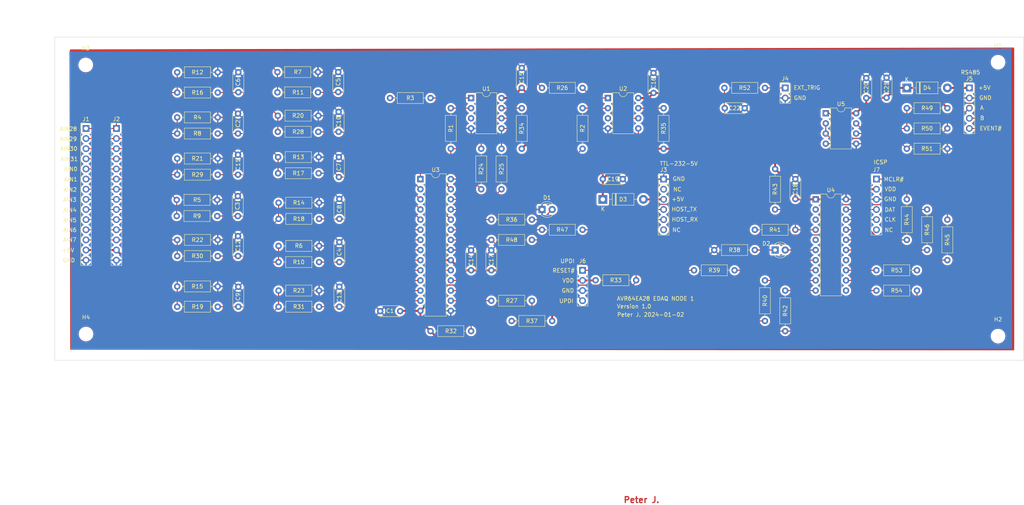
<source format=kicad_pcb>
(kicad_pcb (version 20221018) (generator pcbnew)
  (title_block (title "AVR-EDAQ-NODE-1") (date "2024-01-02"))
  (layers (0 "F.Cu" signal) (31 "B.Cu" signal) (34 "B.Paste" user) (35 "F.Paste" user) (36 "B.SilkS" user "B.Silkscreen") (37 "F.SilkS" user "F.Silkscreen") (38 "B.Mask" user) (39 "F.Mask" user) (44 "Edge.Cuts" user))
  (net 0 "")
  (net 1 "Net-(D2-A)")
  (net 3 "Net-(J3-Pin_5)")
  (net 5 "RESET#")
  (net 6 "UPDI")
  (net 7 "Net-(J4-Pin_1)")
  (net 8 "0.RXD")
  (net 9 "0.TXD")
  (net 10 "0.MISO")
  (net 11 "Net-(U1-SO{slash}SIO1)")
  (net 12 "Net-(U2-SO{slash}SIO1)")
  (net 13 "Net-(U3-PA6)")
  (net 15 "0.SCK")
  (net 16 "Net-(U3-PA4)")
  (net 17 "0.MOSI")
  (net 18 "Net-(U3-PA3)")
  (net 19 "Net-(U3-PA2)")
  (net 20 "CS_B#")
  (net 21 "CS_A#")
  (net 23 "Net-(U3-PA7)")
  (net 24 "Net-(U2-*HOLD{slash}SIO3)")
  (net 25 "Net-(U1-*HOLD{slash}SIO3)")
  (net 26 "AIN29")
  (net 27 "AIN28")
  (net 28 "AIN30")
  (net 29 "AIN31")
  (net 30 "AIN0")
  (net 31 "AIN1")
  (net 32 "AIN2")
  (net 33 "AIN3")
  (net 34 "AIN4")
  (net 35 "AIN5")
  (net 36 "AIN6")
  (net 37 "AIN7")
  (net 38 "Net-(J1-Pin_1)")
  (net 39 "Net-(J1-Pin_2)")
  (net 40 "Net-(J1-Pin_3)")
  (net 41 "Net-(J1-Pin_4)")
  (net 42 "Net-(J1-Pin_5)")
  (net 43 "Net-(J1-Pin_6)")
  (net 44 "Net-(J1-Pin_7)")
  (net 45 "Net-(J1-Pin_8)")
  (net 46 "Net-(J1-Pin_9)")
  (net 47 "Net-(J1-Pin_10)")
  (net 48 "Net-(J1-Pin_11)")
  (net 49 "Net-(J1-Pin_12)")
  (net 50 "Net-(D1-A)")
  (net 51 "Net-(D2-K)")
  (net 52 "Net-(J5-Pin_3)")
  (net 53 "Net-(J3-Pin_4)")
  (net 54 "Net-(U3-PF1(XTAL32K2))")
  (net 60 "VDD")
  (net 61 "GND")
  (net 62 "EXT_TRIG")
  (net 63 "Net-(D3-A)")
  (net 64 "Net-(D4-A)")
  (net 65 "EVENT#")
  (net 66 "MCLR#")
  (net 67 "Net-(J5-Pin_4)")
  (net 68 "Net-(J7-Pin_4)")
  (net 69 "Net-(J7-Pin_5)")
  (net 70 "Net-(U4-*MCLR{slash}VPP{slash}RA3)")
  (net 71 "RX1")
  (net 72 "Net-(U5-RO)")
  (net 73 "TX1DE")
  (net 74 "Net-(U5-DE)")
  (net 75 "TX1")
  (net 76 "Net-(U5-DI)")
  (net 77 "Net-(U4-RB4)")
  (net 78 "Net-(U4-RB7)")
  (net 79 "BUSY#")
  (net 80 "Net-(U4-RC7)")
  (net 81 "Net-(U4-RC6)")
  (net 82 "Net-(U4-RB5)")
  (footprint "Resistor_THT:R_Axial_DIN0207_L6.3mm_D2.5mm_P10.16mm_Horizontal" (layer "F.Cu") (at 66.04 111.76)
    (fp_text reference "R22")
    (fp_text value "1k")
  )
  (footprint "Resistor_THT:R_Axial_DIN0207_L6.3mm_D2.5mm_P10.16mm_Horizontal" (layer "F.Cu") (at 91.444206 106.495301)
    (fp_text reference "R18")
    (fp_text value "1k")
  )
  (footprint "Package_DIP:DIP-8_W7.62mm" (layer "F.Cu") (at 228.6 80.02)
    (fp_text reference "U5")
    (fp_text value "MAX485E")
  )
  (footprint "Resistor_THT:R_Axial_DIN0207_L6.3mm_D2.5mm_P10.16mm_Horizontal" (layer "F.Cu") (at 66.04 128.51)
    (fp_text reference "R19")
    (fp_text value "1k")
  )
  (footprint "MountingHole:MountingHole_3.2mm_M3" (layer "F.Cu") (at 271.78 67.227389)
    (fp_text reference "H1")
    (fp_text value "MountingHole")
  )
  (footprint "LED_THT:LED_D3.0mm" (layer "F.Cu") (at 157.48 104.14)
    (fp_text reference "D1")
    (fp_text value "LED")
  )
  (footprint "LED_THT:LED_D3.0mm" (layer "F.Cu") (at 215.9 114.3)
    (fp_text reference "D2")
    (fp_text value "LED")
  )
  (footprint "Capacitor_THT:C_Disc_D4.7mm_W2.5mm_P5.00mm" (layer "F.Cu") (at 203.28 78.74)
    (fp_text reference "C22")
    (fp_text value "100n")
  )
  (footprint "Connector_PinHeader_2.54mm:PinHeader_1x02_P2.54mm_Vertical" (layer "F.Cu") (at 218.44 73.66)
    (fp_text reference "J4")
    (fp_text value "EXT_TRIG")
  )
  (footprint "Resistor_THT:R_Axial_DIN0207_L6.3mm_D2.5mm_P10.16mm_Horizontal" (layer "F.Cu") (at 91.44 124.46)
    (fp_text reference "R23")
    (fp_text value "1k")
  )
  (footprint "Resistor_THT:R_Axial_DIN0207_L6.3mm_D2.5mm_P10.16mm_Horizontal" (layer "F.Cu") (at 129.54 134.62)
    (fp_text reference "R32")
    (fp_text value "22K")
  )
  (footprint "Resistor_THT:R_Axial_DIN0207_L6.3mm_D2.5mm_P10.16mm_Horizontal" (layer "F.Cu") (at 91.167244 69.696903)
    (fp_text reference "R7")
    (fp_text value "1k")
  )
  (footprint "Resistor_THT:R_Axial_DIN0207_L6.3mm_D2.5mm_P10.16mm_Horizontal" (layer "F.Cu") (at 66.035803 95.412826)
    (fp_text reference "R29")
    (fp_text value "1k")
  )
  (footprint "Resistor_THT:R_Axial_DIN0207_L6.3mm_D2.5mm_P10.16mm_Horizontal" (layer "F.Cu") (at 187.96 78.74 -90)
    (fp_text reference "R35")
    (fp_text value "10k")
  )
  (footprint "Resistor_THT:R_Axial_DIN0207_L6.3mm_D2.5mm_P10.16mm_Horizontal" (layer "F.Cu") (at 152.4 78.74 -90)
    (fp_text reference "R34")
    (fp_text value "10k")
  )
  (footprint "Resistor_THT:R_Axial_DIN0207_L6.3mm_D2.5mm_P10.16mm_Horizontal" (layer "F.Cu") (at 66.042178 69.748113)
    (fp_text reference "R12")
    (fp_text value "1k")
  )
  (footprint "Resistor_THT:R_Axial_DIN0207_L6.3mm_D2.5mm_P10.16mm_Horizontal" (layer "F.Cu") (at 157.48 109.22)
    (fp_text reference "R47")
    (fp_text value "470")
  )
  (footprint "Resistor_THT:R_Axial_DIN0207_L6.3mm_D2.5mm_P10.16mm_Horizontal" (layer "F.Cu") (at 91.325878 95.057204)
    (fp_text reference "R17")
    (fp_text value "1k")
  )
  (footprint "Capacitor_THT:C_Disc_D4.7mm_W2.5mm_P5.00mm" (layer "F.Cu") (at 106.684206 106.495301 90)
    (fp_text reference "C8")
    (fp_text value "100n")
  )
  (footprint "Diode_THT:D_DO-41_SOD81_P10.16mm_Horizontal" (layer "F.Cu") (at 248.92 73.66)
    (fp_text reference "D4")
    (fp_text value "1N5819")
  )
  (footprint "Capacitor_THT:C_Disc_D4.7mm_W2.5mm_P5.00mm" (layer "F.Cu") (at 238.76 71.2 -90)
    (fp_text reference "C20")
    (fp_text value "100n")
  )
  (footprint "Resistor_THT:R_Axial_DIN0207_L6.3mm_D2.5mm_P10.16mm_Horizontal" (layer "F.Cu") (at 241.3 119.38)
    (fp_text reference "R53")
    (fp_text value "470")
  )
  (footprint "Capacitor_THT:C_Disc_D4.7mm_W2.5mm_P5.00mm" (layer "F.Cu") (at 185.42 74.92 90)
    (fp_text reference "C16")
    (fp_text value "100n")
  )
  (footprint "Capacitor_THT:C_Disc_D4.7mm_W2.5mm_P5.00mm" (layer "F.Cu") (at 172.72 96.52)
    (fp_text reference "C19")
    (fp_text value "2u2")
  )
  (footprint "Capacitor_THT:C_Disc_D4.7mm_W2.5mm_P5.00mm" (layer "F.Cu") (at 106.68 117.32 90)
    (fp_text reference "C4")
    (fp_text value "100n")
  )
  (footprint "Resistor_THT:R_Axial_DIN0207_L6.3mm_D2.5mm_P10.16mm_Horizontal" (layer "F.Cu") (at 215.9 93.98 -90)
    (fp_text reference "R43")
    (fp_text value "10k")
  )
  (footprint "Connector_PinHeader_2.54mm:PinHeader_1x14_P2.54mm_Vertical" (layer "F.Cu") (at 43.18 83.82)
    (fp_text reference "J1")
    (fp_text value "ANALOG_IN")
  )
  (footprint "Capacitor_THT:C_Disc_D4.7mm_W2.5mm_P5.00mm" (layer "F.Cu") (at 106.407244 74.696903 90)
    (fp_text reference "C5")
    (fp_text value "100n")
  )
  (footprint "Resistor_THT:R_Axial_DIN0207_L6.3mm_D2.5mm_P10.16mm_Horizontal" (layer "F.Cu") (at 91.444206 102.445301)
    (fp_text reference "R14")
    (fp_text value "1k")
  )
  (footprint "Resistor_THT:R_Axial_DIN0207_L6.3mm_D2.5mm_P10.16mm_Horizontal" (layer "F.Cu") (at 91.44 117.32)
    (fp_text reference "R10")
    (fp_text value "1k")
  )
  (footprint "Diode_THT:D_DO-41_SOD81_P10.16mm_Horizontal" (layer "F.Cu") (at 172.72 101.6)
    (fp_text reference "D3")
    (fp_text value "1N5819")
  )
  (footprint "MountingHole:MountingHole_3.2mm_M3" (layer "F.Cu") (at 43.114461 67.91428)
    (fp_text reference "H3")
    (fp_text value "MountingHole")
  )
  (footprint "Resistor_THT:R_Axial_DIN0207_L6.3mm_D2.5mm_P10.16mm_Horizontal" (layer "F.Cu") (at 167.64 88.9 90)
    (fp_text reference "R2")
    (fp_text value "470")
  )
  (footprint "Resistor_THT:R_Axial_DIN0207_L6.3mm_D2.5mm_P10.16mm_Horizontal" (layer "F.Cu") (at 160.02 132.08 180)
    (fp_text reference "R37")
    (fp_text value "22K")
  )
  (footprint "Capacitor_THT:C_Disc_D4.7mm_W2.5mm_P5.00mm" (layer "F.Cu") (at 81.234572 105.780662 90)
    (fp_text reference "C3")
    (fp_text value "100n")
  )
  (footprint "Resistor_THT:R_Axial_DIN0207_L6.3mm_D2.5mm_P10.16mm_Horizontal" (layer "F.Cu") (at 66.035803 81.053888)
    (fp_text reference "R4")
    (fp_text value "1k")
  )
  (footprint "Resistor_THT:R_Axial_DIN0207_L6.3mm_D2.5mm_P10.16mm_Horizontal" (layer "F.Cu") (at 157.48 73.66)
    (fp_text reference "R26")
    (fp_text value "470")
  )
  (footprint "Capacitor_THT:C_Disc_D4.7mm_W2.5mm_P5.00mm" (layer "F.Cu") (at 139.7 114.38 -90)
    (fp_text reference "C14")
    (fp_text value "10n")
  )
  (footprint "Capacitor_THT:C_Disc_D4.7mm_W2.5mm_P5.00mm" (layer "F.Cu") (at 152.4 73.66 90)
    (fp_text reference "C15")
    (fp_text value "100n")
  )
  (footprint "Package_DIP:DIP-8_W7.62mm" (layer "F.Cu") (at 174 76.2)
    (fp_text reference "U2")
    (fp_text value "23LC1024-I/P")
  )
  (footprint "Resistor_THT:R_Axial_DIN0207_L6.3mm_D2.5mm_P10.16mm_Horizontal" (layer "F.Cu") (at 66.035803 85.103888)
    (fp_text reference "R8")
    (fp_text value "1k")
  )
  (footprint "Capacitor_THT:C_Disc_D4.7mm_W2.5mm_P5.00mm" (layer "F.Cu") (at 106.494754 84.673057 90)
    (fp_text reference "C10")
    (fp_text value "100n")
  )
  (footprint "Resistor_THT:R_Axial_DIN0207_L6.3mm_D2.5mm_P10.16mm_Horizontal" (layer "F.Cu") (at 203.2 73.66)
    (fp_text reference "R52")
    (fp_text value "1k")
  )
  (footprint "Capacitor_THT:C_Disc_D4.7mm_W2.5mm_P5.00mm" (layer "F.Cu") (at 106.565878 96.007204 90)
    (fp_text reference "C7")
    (fp_text value "100n")
  )
  (footprint "Capacitor_THT:C_Disc_D4.7mm_W2.5mm_P5.00mm" (layer "F.Cu") (at 144.78 114.38 -90)
    (fp_text reference "C17")
    (fp_text value "100n")
  )
  (footprint "Connector_PinHeader_2.54mm:PinHeader_1x06_P2.54mm_Vertical" (layer "F.Cu") (at 187.96 96.52)
    (fp_text reference "J3")
    (fp_text value "TTL-232-5V")
  )
  (footprint "Resistor_THT:R_Axial_DIN0207_L6.3mm_D2.5mm_P10.16mm_Horizontal" (layer "F.Cu") (at 91.44 113.27)
    (fp_text reference "R6")
    (fp_text value "1k")
  )
  (footprint "Resistor_THT:R_Axial_DIN0207_L6.3mm_D2.5mm_P10.16mm_Horizontal" (layer "F.Cu") (at 144.78 127)
    (fp_text reference "R27")
    (fp_text value "470")
  )
  (footprint "Connector_PinHeader_2.54mm:PinHeader_1x04_P2.54mm_Vertical" (layer "F.Cu") (at 167.64 119.38)
    (fp_text reference "J6")
    (fp_text value "UDPI")
  )
  (footprint "Capacitor_THT:C_Disc_D4.7mm_W2.5mm_P5.00mm" (layer "F.Cu") (at 106.68 128.51 90)
    (fp_text reference "C13")
    (fp_text value "100n")
  )
  (footprint "Connector_PinHeader_2.54mm:PinHeader_1x05_P2.54mm_Vertical" (layer "F.Cu") (at 264.59 73.66)
    (fp_text reference "J5")
    (fp_text value "RS485")
  )
  (footprint "Capacitor_THT:C_Disc_D4.7mm_W2.5mm_P5.00mm" (layer "F.Cu") (at 81.275803 85.103888 90)
    (fp_text reference "C2")
    (fp_text value "100n")
  )
  (footprint "Resistor_THT:R_Axial_DIN0207_L6.3mm_D2.5mm_P10.16mm_Horizontal" (layer "F.Cu") (at 248.92 111.76 90)
    (fp_text reference "R44")
    (fp_text value "470")
  )
  (footprint "MountingHole:MountingHole_3.2mm_M3" (layer "F.Cu") (at 43.18 135.353971)
    (fp_text reference "H4")
    (fp_text value "MountingHole")
  )
  (footprint "Resistor_THT:R_Axial_DIN0207_L6.3mm_D2.5mm_P10.16mm_Horizontal" (layer "F.Cu") (at 91.254754 84.673057)
    (fp_text reference "R28")
    (fp_text value "1k")
  )
  (footprint "MountingHole:MountingHole_3.2mm_M3" (layer "F.Cu") (at 271.78 135.88208)
    (fp_text reference "H2")
    (fp_text value "MountingHole")
  )
  (footprint "Resistor_THT:R_Axial_DIN0207_L6.3mm_D2.5mm_P10.16mm_Horizontal" (layer "F.Cu") (at 195.58 119.38)
    (fp_text reference "R39")
    (fp_text value "470")
  )
  (footprint "Resistor_THT:R_Axial_DIN0207_L6.3mm_D2.5mm_P10.16mm_Horizontal" (layer "F.Cu") (at 134.62 88.9 90)
    (fp_text reference "R1")
    (fp_text value "470")
  )
  (footprint "Capacitor_THT:C_Disc_D4.7mm_W2.5mm_P5.00mm" (layer "F.Cu") (at 220.98 101.52 90)
    (fp_text reference "C18")
    (fp_text value "100n")
  )
  (footprint "Resistor_THT:R_Axial_DIN0207_L6.3mm_D2.5mm_P10.16mm_Horizontal" (layer "F.Cu") (at 248.92 83.82)
    (fp_text reference "R50")
    (fp_text value "133")
  )
  (footprint "Resistor_THT:R_Axial_DIN0207_L6.3mm_D2.5mm_P10.16mm_Horizontal" (layer "F.Cu") (at 200.66 114.3)
    (fp_text reference "R38")
    (fp_text value "470")
  )
  (footprint "Resistor_THT:R_Axial_DIN0207_L6.3mm_D2.5mm_P10.16mm_Horizontal" (layer "F.Cu") (at 65.914572 101.730662)
    (fp_text reference "R5")
    (fp_text value "1k")
  )
  (footprint "Capacitor_THT:C_Disc_D4.7mm_W2.5mm_P5.00mm" (layer "F.Cu") (at 81.362178 74.748113 90)
    (fp_text reference "C6")
    (fp_text value "100n")
  )
  (footprint "Connector_PinHeader_2.54mm:PinHeader_1x06_P2.54mm_Vertical" (layer "F.Cu") (at 241.3 96.52)
    (fp_text reference "J7")
    (fp_text value "ICSP")
  )
  (footprint "Resistor_THT:R_Axial_DIN0207_L6.3mm_D2.5mm_P10.16mm_Horizontal" (layer "F.Cu") (at 91.167244 74.776903)
    (fp_text reference "R11")
    (fp_text value "1k")
  )
  (footprint "Resistor_THT:R_Axial_DIN0207_L6.3mm_D2.5mm_P10.16mm_Horizontal" (layer "F.Cu") (at 91.325878 91.007204)
    (fp_text reference "R13")
    (fp_text value "1k")
  )
  (footprint "Capacitor_THT:C_Disc_D4.7mm_W2.5mm_P5.00mm" (layer "F.Cu") (at 81.275803 95.412826 90)
    (fp_text reference "C11")
    (fp_text value "100n")
  )
  (footprint "Resistor_THT:R_Axial_DIN0207_L6.3mm_D2.5mm_P10.16mm_Horizontal" (layer "F.Cu") (at 91.44 128.51)
    (fp_text reference "R31")
    (fp_text value "1k")
  )
  (footprint "Resistor_THT:R_Axial_DIN0207_L6.3mm_D2.5mm_P10.16mm_Horizontal" (layer "F.Cu") (at 65.914572 105.780662)
    (fp_text reference "R9")
    (fp_text value "1k")
  )
  (footprint "Resistor_THT:R_Axial_DIN0207_L6.3mm_D2.5mm_P10.16mm_Horizontal" (layer "F.Cu") (at 66.035803 91.362826)
    (fp_text reference "R21")
    (fp_text value "1k")
  )
  (footprint "Resistor_THT:R_Axial_DIN0207_L6.3mm_D2.5mm_P10.16mm_Horizontal" (layer "F.Cu") (at 241.3 124.46)
    (fp_text reference "R54")
    (fp_text value "470")
  )
  (footprint "Capacitor_THT:C_Disc_D4.7mm_W2.5mm_P5.00mm" (layer "F.Cu") (at 81.36 128.51 90)
    (fp_text reference "C9")
    (fp_text value "100n")
  )
  (footprint "Capacitor_THT:C_Disc_D4.7mm_W2.5mm_P5.00mm" (layer "F.Cu") (at 243.84 76.12 90)
    (fp_text reference "C21")
    (fp_text value "2u2")
  )
  (footprint "Capacitor_THT:C_Disc_D4.7mm_W2.5mm_P5.00mm" (layer "F.Cu") (at 81.28 115.81 90)
    (fp_text reference "C12")
    (fp_text value "100n")
  )
  (footprint "Resistor_THT:R_Axial_DIN0207_L6.3mm_D2.5mm_P10.16mm_Horizontal" (layer "F.Cu") (at 259.08 116.84 90)
    (fp_text reference "R45")
    (fp_text value "470")
  )
  (footprint "Resistor_THT:R_Axial_DIN0207_L6.3mm_D2.5mm_P10.16mm_Horizontal" (layer "F.Cu") (at 248.92 88.9)
    (fp_text reference "R51")
    (fp_text value "562")
  )
  (footprint "Resistor_THT:R_Axial_DIN0207_L6.3mm_D2.5mm_P10.16mm_Horizontal" (layer "F.Cu") (at 129.54 76.2 180)
    (fp_text reference "R3")
    (fp_text value "470")
  )
  (footprint "Package_DIP:DIP-28_W7.62mm" (layer "F.Cu") (at 127 96.52)
    (fp_text reference "U3")
    (fp_text value "AVR64EA28-I/SP")
  )
  (footprint "Resistor_THT:R_Axial_DIN0207_L6.3mm_D2.5mm_P10.16mm_Horizontal" (layer "F.Cu") (at 142.24 99.06 90)
    (fp_text reference "R24")
    (fp_text value "470")
  )
  (footprint "Resistor_THT:R_Axial_DIN0207_L6.3mm_D2.5mm_P10.16mm_Horizontal" (layer "F.Cu") (at 213.36 132.08 90)
    (fp_text reference "R40")
    (fp_text value "470")
  )
  (footprint "Resistor_THT:R_Axial_DIN0207_L6.3mm_D2.5mm_P10.16mm_Horizontal" (layer "F.Cu") (at 259.08 78.74 180)
    (fp_text reference "R49")
    (fp_text value "562")
  )
  (footprint "Package_DIP:DIP-20_W7.62mm" (layer "F.Cu") (at 226.06 101.6)
    (fp_text reference "U4")
    (fp_text value "PIC18F16Q41-I/P")
  )
  (footprint "Resistor_THT:R_Axial_DIN0207_L6.3mm_D2.5mm_P10.16mm_Horizontal" (layer "F.Cu") (at 66.04 115.81)
    (fp_text reference "R30")
    (fp_text value "1k")
  )
  (footprint "Resistor_THT:R_Axial_DIN0207_L6.3mm_D2.5mm_P10.16mm_Horizontal" (layer "F.Cu") (at 144.78 111.76)
    (fp_text reference "R48")
    (fp_text value "470")
  )
  (footprint "Resistor_THT:R_Axial_DIN0207_L6.3mm_D2.5mm_P10.16mm_Horizontal" (layer "F.Cu") (at 220.98 109.22 180)
    (fp_text reference "R41")
    (fp_text value "330")
  )
  (footprint "Resistor_THT:R_Axial_DIN0207_L6.3mm_D2.5mm_P10.16mm_Horizontal" (layer "F.Cu") (at 147.32 99.06 90)
    (fp_text reference "R25")
    (fp_text value "470")
  )
  (footprint "Resistor_THT:R_Axial_DIN0207_L6.3mm_D2.5mm_P10.16mm_Horizontal" (layer "F.Cu") (at 66.042178 74.828113)
    (fp_text reference "R16")
    (fp_text value "1k")
  )
  (footprint "Package_DIP:DIP-8_W7.62mm" (layer "F.Cu") (at 139.7 76.2)
    (fp_text reference "U1")
    (fp_text value "23LC1024-I/P")
  )
  (footprint "Connector_PinHeader_2.54mm:PinHeader_1x14_P2.54mm_Vertical" (layer "F.Cu") (at 50.8 83.82)
    (fp_text reference "J2")
    (fp_text value "ANALOG_IN")
  )
  (footprint "Resistor_THT:R_Axial_DIN0207_L6.3mm_D2.5mm_P10.16mm_Horizontal" (layer "F.Cu") (at 66.04 123.43)
    (fp_text reference "R15")
    (fp_text value "1k")
  )
  (footprint "Capacitor_THT:C_Disc_D4.7mm_W2.5mm_P5.00mm" (layer "F.Cu") (at 121.92 129.62 180)
    (fp_text reference "C1")
    (fp_text value "100n")
  )
  (footprint "Resistor_THT:R_Axial_DIN0207_L6.3mm_D2.5mm_P10.16mm_Horizontal" (layer "F.Cu") (at 218.44 134.62 90)
    (fp_text reference "R42")
    (fp_text value "470")
  )
  (footprint "Resistor_THT:R_Axial_DIN0207_L6.3mm_D2.5mm_P10.16mm_Horizontal" (layer "F.Cu") (at 144.78 106.68)
    (fp_text reference "R36")
    (fp_text value "470")
  )
  (footprint "Resistor_THT:R_Axial_DIN0207_L6.3mm_D2.5mm_P10.16mm_Horizontal" (layer "F.Cu") (at 254 114.3 90)
    (fp_text reference "R46")
    (fp_text value "470")
  )
  (footprint "Resistor_THT:R_Axial_DIN0207_L6.3mm_D2.5mm_P10.16mm_Horizontal" (layer "F.Cu") (at 91.254754 80.623057)
    (fp_text reference "R20")
    (fp_text value "1k")
  )
  (footprint "Resistor_THT:R_Axial_DIN0207_L6.3mm_D2.5mm_P10.16mm_Horizontal" (layer "F.Cu") (at 181.072078 121.866601 180)
    (fp_text reference "R33")
    (fp_text value "22K")
  )
  (gr_rect (start 155.254656 60.91434) (end 155.254656 60.91434) (stroke (width 0.1)) (fill none) (layer "Edge.Cuts"))
  (gr_rect (start 35.347161 60.91434) (end 278.220367 141.957025) (stroke (width 0.1)) (fill none) (layer "Edge.Cuts"))
  (gr_text "Peter J." (at 177.8 177.8) (layer "F.Cu") (effects (font (size 1.5 1.5) (thickness 0.3) bold) (justify left bottom)))
  (gr_text "NC" (at 190.284751 99.685693) (layer "F.SilkS") (effects (font (size 1 1)) (justify left bottom)))
  (gr_text "Version 1.0" (at 176.165048 129.002946) (layer "F.SilkS") (effects (font (size 1 1)) (justify left bottom)))
  (gr_text "GND" (at 220.525923 76.757695) (layer "F.SilkS") (effects (font (size 1 1)) (justify left bottom)))
  (gr_text "+5V" (at 37.051929 114.940769) (layer "F.SilkS") (effects (font (size 1 1)) (justify left bottom)))
  (gr_text "AIN4" (at 37.376676 104.868659) (layer "F.SilkS") (effects (font (size 1 1)) (justify left bottom)))
  (gr_text "AIN3" (at 37.347262 102.280274) (layer "F.SilkS") (effects (font (size 1 1)) (justify left bottom)))
  (gr_text "AIN30" (at 36.625545 89.494458) (layer "F.SilkS") (effects (font (size 1 1)) (justify left bottom)))
  (gr_text "B" (at 267.194728 81.797295) (layer "F.SilkS") (effects (font (size 1 1)) (justify left bottom)))
  (gr_text "AIN28" (at 36.525367 84.526205) (layer "F.SilkS") (effects (font (size 1 1)) (justify left bottom)))
  (gr_text "AIN7" (at 37.315397 112.313535) (layer "F.SilkS") (effects (font (size 1 1)) (justify left bottom)))
  (gr_text "VDD" (at 162.506421 122.531599) (layer "F.SilkS") (effects (font (size 1 1)) (justify left bottom)))
  (gr_text "GND" (at 243.163074 102.115348) (layer "F.SilkS") (effects (font (size 1 1)) (justify left bottom)))
  (gr_text "+5V" (at 189.889684 102.134761) (layer "F.SilkS") (effects (font (size 1 1)) (justify left bottom)))
  (gr_text "+5V" (at 266.753526 74.20862) (layer "F.SilkS") (effects (font (size 1 1)) (justify left bottom)))
  (gr_text "RS485" (at 262.370919 70.355455) (layer "F.SilkS") (effects (font (size 1 1)) (justify left bottom)))
  (gr_text "GND" (at 37.254119 117.460892) (layer "F.SilkS") (effects (font (size 1 1)) (justify left bottom)))
  (gr_text "VDD" (at 243.261119 99.615203) (layer "F.SilkS") (effects (font (size 1 1)) (justify left bottom)))
  (gr_text "GND" (at 266.988834 76.738178) (layer "F.SilkS") (effects (font (size 1 1)) (justify left bottom)))
  (gr_text "MCLR#" (at 243.089541 97.164081) (layer "F.SilkS") (effects (font (size 1 1)) (justify left bottom)))
  (gr_text "EXT_TRIG" (at 220.467097 74.198723) (layer "F.SilkS") (effects (font (size 1 1)) (justify left bottom)))
  (gr_text "GND" (at 190.154406 97.04623) (layer "F.SilkS") (effects (font (size 1 1)) (justify left bottom)))
  (gr_text "EVENT#" (at 267.106487 84.385681) (layer "F.SilkS") (effects (font (size 1 1)) (justify left bottom)))
  (gr_text "AIN1" (at 37.573584 97.173906) (layer "F.SilkS") (effects (font (size 1 1)) (justify left bottom)))
  (gr_text "AIN2" (at 37.437411 99.761202) (layer "F.SilkS") (effects (font (size 1 1)) (justify left bottom)))
  (gr_text "CLK" (at 243.26509 107.234562) (layer "F.SilkS") (effects (font (size 1 1)) (justify left bottom)))
  (gr_text "TTL-232-5V" (at 186.918924 93.222479) (layer "F.SilkS") (effects (font (size 1 1)) (justify left bottom)))
  (gr_text "HOST_RX" (at 189.919098 107.223291) (layer "F.SilkS") (effects (font (size 1 1)) (justify left bottom)))
  (gr_text "HOST_TX" (at 189.889684 104.664319) (layer "F.SilkS") (effects (font (size 1 1)) (justify left bottom)))
  (gr_text "RESET#" (at 160.039062 120.027532) (layer "F.SilkS") (effects (font (size 1 1)) (justify left bottom)))
  (gr_text "AIN6" (at 37.397102 109.862413) (layer "F.SilkS") (effects (font (size 1 1)) (justify left bottom)))
  (gr_text "A" (at 267.194728 79.238323) (layer "F.SilkS") (effects (font (size 1 1)) (justify left bottom)))
  (gr_text "ICSP" (at 240.510961 92.869715) (layer "F.SilkS") (effects (font (size 1 1)) (justify left bottom)))
  (gr_text "AIN5" (at 37.376676 107.398218) (layer "F.SilkS") (effects (font (size 1 1)) (justify left bottom)))
  (gr_text "AIN0" (at 37.581483 94.592793) (layer "F.SilkS") (effects (font (size 1 1)) (justify left bottom)))
  (gr_text "Peter J. 2024-01-02" (at 176.22604 131.076667) (layer "F.SilkS") (effects (font (size 1 1)) (justify left bottom)))
  (gr_text "GND" (at 162.343117 125.052333) (layer "F.SilkS") (effects (font (size 1 1)) (justify left bottom)))
  (gr_text "DAT" (at 243.279275 104.794787) (layer "F.SilkS") (effects (font (size 1 1)) (justify left bottom)))
  (gr_text "AIN29" (at 36.502989 87.067847) (layer "F.SilkS") (effects (font (size 1 1)) (justify left bottom)))
  (gr_text "UPDI" (at 161.998156 117.652257) (layer "F.SilkS") (effects (font (size 1 1)) (justify left bottom)))
  (gr_text "AVR64EA28 EDAQ NODE 1" (at 176.165048 127.05121) (layer "F.SilkS") (effects (font (size 1 1)) (justify left bottom)))
  (gr_text "UPDI" (at 161.705825 127.650523) (layer "F.SilkS") (effects (font (size 1 1)) (justify left bottom)))
  (gr_text "NC" (at 190.072974 109.850988) (layer "F.SilkS") (effects (font (size 1 1)) (justify left bottom)))
  (gr_text "AIN31" (at 36.748101 92.092648) (layer "F.SilkS") (effects (font (size 1 1)) (justify left bottom)))
  (gr_text "NC" (at 243.293459 109.858739) (layer "F.SilkS") (effects (font (size 1 1)) (justify left bottom)))
  (segment (start 226.06 114.3) (end 218.44 114.3) (width 0.25) (layer "F.Cu") (net 1))
  (segment (start 177.8 111.76) (end 154.94 111.76) (width 0.25) (layer "F.Cu") (net 3))
  (segment (start 187.96 106.68) (end 182.88 106.68) (width 0.25) (layer "F.Cu") (net 3))
  (segment (start 182.88 106.68) (end 177.8 111.76) (width 0.25) (layer "F.Cu") (net 3))
  (segment (start 181.072078 121.866601) (end 181.072078 119.463265) (width 0.25) (layer "F.Cu") (net 5))
  (segment (start 174.304523 119.38) (end 167.64 119.38) (width 0.25) (layer "F.Cu") (net 5))
  (segment (start 164.778947 123.095) (end 180.239279 123.095) (width 0.25) (layer "F.Cu") (net 5))
  (segment (start 181.072078 119.463265) (end 180.988813 119.38) (width 0.25) (layer "F.Cu") (net 5))
  (segment (start 163.603947 121.92) (end 164.778947 123.095) (width 0.25) (layer "F.Cu") (net 5))
  (segment (start 181.072078 122.262201) (end 181.072078 121.866601) (width 0.25) (layer "F.Cu") (net 5))
  (segment (start 134.62 121.92) (end 163.603947 121.92) (width 0.25) (layer "F.Cu") (net 5))
  (segment (start 180.239279 123.095) (end 181.072078 122.262201) (width 0.25) (layer "F.Cu") (net 5))
  (segment (start 180.988813 119.38) (end 174.304523 119.38) (width 0.25) (layer "F.Cu") (net 5))
  (segment (start 195.58 119.38) (end 180.988813 119.38) (width 0.25) (layer "F.Cu") (net 5))
  (segment (start 163.699666 123.059666) (end 167.64 127) (width 0.25) (layer "F.Cu") (net 6))
  (segment (start 132.944022 119.38) (end 132.104389 120.219633) (width 0.25) (layer "F.Cu") (net 6))
  (segment (start 132.104389 121.783709) (end 132.022069 121.866029) (width 0.25) (layer "F.Cu") (net 6))
  (segment (start 132.104389 120.219633) (end 132.104389 121.783709) (width 0.25) (layer "F.Cu") (net 6))
  (segment (start 134.62 119.38) (end 132.944022 119.38) (width 0.25) (layer "F.Cu") (net 6))
  (segment (start 133.215706 123.059666) (end 163.699666 123.059666) (width 0.25) (layer "F.Cu") (net 6))
  (segment (start 132.022069 121.866029) (end 133.215706 123.059666) (width 0.25) (layer "F.Cu") (net 6))
  (segment (start 218.44 73.66) (end 213.36 73.66) (width 0.25) (layer "F.Cu") (net 7))
  (segment (start 178.406558 106.68) (end 162.56 106.68) (width 0.25) (layer "F.Cu") (net 8))
  (segment (start 194.023653 112.743653) (end 194.023653 107.414545) (width 0.25) (layer "F.Cu") (net 8))
  (segment (start 246.38 124.46) (end 243.84 127) (width 0.25) (layer "F.Cu") (net 8))
  (segment (start 189.449324 102.840216) (end 186.225132 102.840216) (width 0.25) (layer "F.Cu") (net 8))
  (segment (start 246.38 121.92) (end 246.38 124.46) (width 0.25) (layer "F.Cu") (net 8))
  (segment (start 185.607734 103.457614) (end 181.628944 103.457614) (width 0.25) (layer "F.Cu") (net 8))
  (segment (start 162.56 106.68) (end 160.02 109.22) (width 0.25) (layer "F.Cu") (net 8))
  (segment (start 134.62 109.22) (end 157.48 109.22) (width 0.25) (layer "F.Cu") (net 8))
  (segment (start 194.023653 107.414545) (end 189.449324 102.840216) (width 0.25) (layer "F.Cu") (net 8))
  (segment (start 160.02 109.22) (end 157.48 109.22) (width 0.25) (layer "F.Cu") (net 8))
  (segment (start 251.46 119.38) (end 248.92 119.38) (width 0.25) (layer "F.Cu") (net 8))
  (segment (start 248.92 119.38) (end 246.38 121.92) (width 0.25) (layer "F.Cu") (net 8))
  (segment (start 223.87149 127) (end 208.28 127) (width 0.25) (layer "F.Cu") (net 8))
  (segment (start 208.28 127) (end 194.023653 112.743653) (width 0.25) (layer "F.Cu") (net 8))
  (segment (start 243.84 127) (end 223.87149 127) (width 0.25) (layer "F.Cu") (net 8))
  (segment (start 181.628944 103.457614) (end 178.406558 106.68) (width 0.25) (layer "F.Cu") (net 8))
  (segment (start 186.225132 102.840216) (end 185.607734 103.457614) (width 0.25) (layer "F.Cu") (net 8))
  (segment (start 134.62 111.76) (end 144.78 111.76) (width 0.25) (layer "F.Cu") (net 9))
  (segment (start 248.92 129.54) (end 208.708186 129.54) (width 0.25) (layer "F.Cu") (net 9))
  (segment (start 208.605871 129.54) (end 208.708186 129.54) (width 0.25) (layer "F.Cu") (net 9))
  (segment (start 251.46 127) (end 248.92 129.54) (width 0.25) (layer "F.Cu") (net 9))
  (segment (start 147.32 114.3) (end 193.365871 114.3) (width 0.25) (layer "F.Cu") (net 9))
  (segment (start 144.78 111.76) (end 147.32 114.3) (width 0.25) (layer "F.Cu") (net 9))
  (segment (start 251.46 124.46) (end 251.46 127) (width 0.25) (layer "F.Cu") (net 9))
  (segment (start 193.365871 114.3) (end 208.605871 129.54) (width 0.25) (layer "F.Cu") (net 9))
  (segment (start 132.946072 97.386072) (end 134.62 99.06) (width 0.25) (layer "F.Cu") (net 10))
  (segment (start 165.1 91.44) (end 142.24 91.44) (width 0.25) (layer "F.Cu") (net 10))
  (segment (start 134.62 88.9) (end 134.62 92.871242) (width 0.25) (layer "F.Cu") (net 10))
  (segment (start 139.7 88.9) (end 142.24 91.44) (width 0.25) (layer "F.Cu") (net 10))
  (segment (start 134.62 88.9) (end 139.7 88.9) (width 0.25) (layer "F.Cu") (net 10))
  (segment (start 134.62 92.871242) (end 132.946072 94.54517) (width 0.25) (layer "F.Cu") (net 10))
  (segment (start 167.64 88.9) (end 165.1 91.44) (width 0.25) (layer "F.Cu") (net 10))
  (segment (start 132.946072 94.54517) (end 132.946072 97.386072) (width 0.25) (layer "F.Cu") (net 10))
  (segment (start 134.62 78.74) (end 139.7 78.74) (width 0.25) (layer "F.Cu") (net 11))
  (segment (start 174 78.74) (end 167.64 78.74) (width 0.25) (layer "F.Cu") (net 12))
  (segment (start 139.7 96.52) (end 142.24 99.06) (width 0.25) (layer "F.Cu") (net 13))
  (segment (start 134.62 96.52) (end 139.7 96.52) (width 0.25) (layer "F.Cu") (net 13))
  (segment (start 179.020047 82.219337) (end 179.020047 85.191996) (width 0.25) (layer "F.Cu") (net 15))
  (segment (start 181.62 81.28) (end 179.959384 81.28) (width 0.25) (layer "F.Cu") (net 15))
  (segment (start 142.24 83.82) (end 142.24 88.9) (width 0.25) (layer "F.Cu") (net 15))
  (segment (start 172.72 86.36) (end 167.64 81.28) (width 0.25) (layer "F.Cu") (net 15))
  (segment (start 178.968004 85.191996) (end 177.8 86.36) (width 0.25) (layer "F.Cu") (net 15))
  (segment (start 179.020047 85.191996) (end 178.968004 85.191996) (width 0.25) (layer "F.Cu") (net 15))
  (segment (start 179.959384 81.28) (end 179.020047 82.219337) (width 0.25) (layer "F.Cu") (net 15))
  (segment (start 167.64 81.28) (end 147.32 81.28) (width 0.25) (layer "F.Cu") (net 15))
  (segment (start 147.32 81.28) (end 144.78 81.28) (width 0.25) (layer "F.Cu") (net 15))
  (segment (start 144.78 81.28) (end 142.24 83.82) (width 0.25) (layer "F.Cu") (net 15))
  (segment (start 177.8 86.36) (end 172.72 86.36) (width 0.25) (layer "F.Cu") (net 15))
  (segment (start 144.78 101.6) (end 147.32 99.06) (width 0.25) (layer "F.Cu") (net 16))
  (segment (start 134.62 101.6) (end 144.78 101.6) (width 0.25) (layer "F.Cu") (net 16))
  (segment (start 181.62 85.08) (end 181.62 83.82) (width 0.25) (layer "F.Cu") (net 17))
  (segment (start 147.32 83.82) (end 167.64 83.82) (width 0.25) (layer "F.Cu") (net 17))
  (segment (start 172.72 88.9) (end 177.8 88.9) (width 0.25) (layer "F.Cu") (net 17))
  (segment (start 147.32 88.9) (end 147.32 83.82) (width 0.25) (layer "F.Cu") (net 17))
  (segment (start 167.64 83.82) (end 172.72 88.9) (width 0.25) (layer "F.Cu") (net 17))
  (segment (start 177.8 88.9) (end 181.62 85.08) (width 0.25) (layer "F.Cu") (net 17))
  (segment (start 139.7 106.68) (end 144.78 106.68) (width 0.25) (layer "F.Cu") (net 18))
  (segment (start 134.62 104.14) (end 137.16 104.14) (width 0.25) (layer "F.Cu") (net 18))
  (segment (start 137.16 104.14) (end 139.7 106.68) (width 0.25) (layer "F.Cu") (net 18))
  (segment (start 129.54 71.12) (end 127 73.66) (width 0.25) (layer "F.Cu") (net 19))
  (segment (start 129.54 93.995828) (end 131.568408 96.024236) (width 0.25) (layer "F.Cu") (net 19))
  (segment (start 127 76.2) (end 129.54 78.74) (width 0.25) (layer "F.Cu") (net 19))
  (segment (start 131.568408 96.024236) (end 131.568408 103.628408) (width 0.25) (layer "F.Cu") (net 19))
  (segment (start 127 73.66) (end 127 76.2) (width 0.25) (layer "F.Cu") (net 19))
  (segment (start 154.94 71.12) (end 129.54 71.12) (width 0.25) (layer "F.Cu") (net 19))
  (segment (start 129.54 78.74) (end 129.54 93.995828) (width 0.25) (layer "F.Cu") (net 19))
  (segment (start 157.48 73.66) (end 154.94 71.12) (width 0.25) (layer "F.Cu") (net 19))
  (segment (start 131.568408 103.628408) (end 134.62 106.68) (width 0.25) (layer "F.Cu") (net 19))
  (segment (start 174 76.2) (end 170.18 76.2) (width 0.25) (layer "F.Cu") (net 20))
  (segment (start 170.18 76.2) (end 167.64 73.66) (width 0.25) (layer "F.Cu") (net 20))
  (segment (start 129.54 76.2) (end 139.7 76.2) (width 0.25) (layer "F.Cu") (net 21))
  (segment (start 127 81.28) (end 127 96.52) (width 0.25) (layer "F.Cu") (net 23))
  (segment (start 119.38 76.2) (end 121.92 76.2) (width 0.25) (layer "F.Cu") (net 23))
  (segment (start 121.92 76.2) (end 127 81.28) (width 0.25) (layer "F.Cu") (net 23))
  (segment (start 187.96 78.74) (end 181.62 78.74) (width 0.25) (layer "F.Cu") (net 24))
  (segment (start 152.4 78.74) (end 147.32 78.74) (width 0.25) (layer "F.Cu") (net 25))
  (segment (start 111.383651 77.662248) (end 115.153238 81.431835) (width 0.25) (layer "F.Cu") (net 26))
  (segment (start 115.153238 81.431835) (end 115.153238 89.753238) (width 0.25) (layer "F.Cu") (net 26))
  (segment (start 81.282178 74.828113) (end 81.362178 74.748113) (width 0.25) (layer "F.Cu") (net 26))
  (segment (start 115.153238 89.753238) (end 127 101.6) (width 0.25) (layer "F.Cu") (net 26))
  (segment (start 81.362178 74.748113) (end 87.416724 74.748113) (width 0.25) (layer "F.Cu") (net 26))
  (segment (start 76.202178 74.828113) (end 81.282178 74.828113) (width 0.25) (layer "F.Cu") (net 26))
  (segment (start 90.330859 77.662248) (end 111.383651 77.662248) (width 0.25) (layer "F.Cu") (net 26))
  (segment (start 87.416724 74.748113) (end 90.330859 77.662248) (width 0.25) (layer "F.Cu") (net 26))
  (segment (start 117.358091 80.791717) (end 117.358091 89.418091) (width 0.25) (layer "F.Cu") (net 27))
  (segment (start 106.407244 74.696903) (end 111.263277 74.696903) (width 0.25) (layer "F.Cu") (net 27))
  (segment (start 106.327244 74.776903) (end 106.407244 74.696903) (width 0.25) (layer "F.Cu") (net 27))
  (segment (start 111.263277 74.696903) (end 117.358091 80.791717) (width 0.25) (layer "F.Cu") (net 27))
  (segment (start 117.358091 89.418091) (end 117.428612 89.488612) (width 0.25) (layer "F.Cu") (net 27))
  (segment (start 101.327244 74.776903) (end 106.327244 74.776903) (width 0.25) (layer "F.Cu") (net 27))
  (segment (start 117.428612 89.488612) (end 127 99.06) (width 0.25) (layer "F.Cu") (net 27))
  (segment (start 101.414754 84.673057) (end 106.494754 84.673057) (width 0.25) (layer "F.Cu") (net 28))
  (segment (start 106.494754 84.673057) (end 107.533056 84.673057) (width 0.25) (layer "F.Cu") (net 28))
  (segment (start 107.533056 84.673057) (end 127 104.14) (width 0.25) (layer "F.Cu") (net 28))
  (segment (start 87.746107 85.103888) (end 90.574676 87.932457) (width 0.25) (layer "F.Cu") (net 29))
  (segment (start 108.89906 88.57906) (end 108.89906 88.5749) (width 0.25) (layer "F.Cu") (net 29))
  (segment (start 81.275803 85.103888) (end 87.746107 85.103888) (width 0.25) (layer "F.Cu") (net 29))
  (segment (start 108.89906 88.57906) (end 127 106.68) (width 0.25) (layer "F.Cu") (net 29))
  (segment (start 76.195803 85.103888) (end 81.275803 85.103888) (width 0.25) (layer "F.Cu") (net 29))
  (segment (start 108.89906 88.5749) (end 108.256617 87.932457) (width 0.25) (layer "F.Cu") (net 29))
  (segment (start 90.574676 87.932457) (end 108.256617 87.932457) (width 0.25) (layer "F.Cu") (net 29))
  (segment (start 101.485878 95.057204) (end 105.615878 95.057204) (width 0.25) (layer "F.Cu") (net 30))
  (segment (start 106.565878 96.007204) (end 112.54267 96.007204) (width 0.25) (layer "F.Cu") (net 30))
  (segment (start 112.54267 96.007204) (end 125.755466 109.22) (width 0.25) (layer "F.Cu") (net 30))
  (segment (start 105.615878 95.057204) (end 106.565878 96.007204) (width 0.25) (layer "F.Cu") (net 30))
  (segment (start 125.755466 109.22) (end 127 109.22) (width 0.25) (layer "F.Cu") (net 30))
  (segment (start 76.195803 95.412826) (end 81.275803 95.412826) (width 0.25) (layer "F.Cu") (net 31))
  (segment (start 111.507915 98.084137) (end 125.189463 111.765685) (width 0.25) (layer "F.Cu") (net 31))
  (segment (start 87.305897 98.084137) (end 111.507915 98.084137) (width 0.25) (layer "F.Cu") (net 31))
  (segment (start 84.634586 95.412826) (end 87.305897 98.084137) (width 0.25) (layer "F.Cu") (net 31))
  (segment (start 125.189463 111.765685) (end 125.195148 111.76) (width 0.25) (layer "F.Cu") (net 31))
  (segment (start 125.195148 111.76) (end 127 111.76) (width 0.25) (layer "F.Cu") (net 31))
  (segment (start 81.275803 95.412826) (end 84.634586 95.412826) (width 0.25) (layer "F.Cu") (net 31))
  (segment (start 83.399025 105.888053) (end 89.227266 100.059812) (width 0.25) (layer "F.Cu") (net 32))
  (segment (start 110.564554 100.059812) (end 124.804742 114.3) (width 0.25) (layer "F.Cu") (net 32))
  (segment (start 81.234572 105.780662) (end 83.291634 105.780662) (width 0.25) (layer "F.Cu") (net 32))
  (segment (start 89.227266 100.059812) (end 110.564554 100.059812) (width 0.25) (layer "F.Cu") (net 32))
  (segment (start 76.074572 105.780662) (end 81.234572 105.780662) (width 0.25) (layer "F.Cu") (net 32))
  (segment (start 83.291634 105.780662) (end 83.399025 105.888053) (width 0.25) (layer "F.Cu") (net 32))
  (segment (start 124.804742 114.3) (end 127 114.3) (width 0.25) (layer "F.Cu") (net 32))
  (segment (start 125.46859 116.881289) (end 125.509879 116.84) (width 0.25) (layer "F.Cu") (net 33))
  (segment (start 125.509879 116.84) (end 127 116.84) (width 0.25) (layer "F.Cu") (net 33))
  (segment (start 106.684206 106.495301) (end 115.082602 106.495301) (width 0.25) (layer "F.Cu") (net 33))
  (segment (start 101.604206 106.495301) (end 106.684206 106.495301) (width 0.25) (layer "F.Cu") (net 33))
  (segment (start 115.082602 106.495301) (end 125.46859 116.881289) (width 0.25) (layer "F.Cu") (net 33))
  (segment (start 76.2 115.81) (end 81.28 115.81) (width 0.25) (layer "F.Cu") (net 34))
  (segment (start 81.28 115.81) (end 85.878109 115.81) (width 0.25) (layer "F.Cu") (net 34))
  (segment (start 91.120078 110.568031) (end 116.058812 110.568031) (width 0.25) (layer "F.Cu") (net 34))
  (segment (start 124.873105 119.382324) (end 124.875429 119.38) (width 0.25) (layer "F.Cu") (net 34))
  (segment (start 116.058812 110.568031) (end 124.873105 119.382324) (width 0.25) (layer "F.Cu") (net 34))
  (segment (start 124.875429 119.38) (end 127 119.38) (width 0.25) (layer "F.Cu") (net 34))
  (segment (start 85.878109 115.81) (end 91.120078 110.568031) (width 0.25) (layer "F.Cu") (net 34))
  (segment (start 117.505383 117.32) (end 122.105383 121.92) (width 0.25) (layer "F.Cu") (net 35))
  (segment (start 122.105383 121.92) (end 127 121.92) (width 0.25) (layer "F.Cu") (net 35))
  (segment (start 101.6 117.32) (end 106.68 117.32) (width 0.25) (layer "F.Cu") (net 35))
  (segment (start 106.68 117.32) (end 117.505383 117.32) (width 0.25) (layer "F.Cu") (net 35))
  (segment (start 118.243942 122.083252) (end 120.62069 124.46) (width 0.25) (layer "F.Cu") (net 36))
  (segment (start 83.509724 128.51) (end 89.936472 122.083252) (width 0.25) (layer "F.Cu") (net 36))
  (segment (start 120.62069 124.46) (end 127 124.46) (width 0.25) (layer "F.Cu") (net 36))
  (segment (start 76.2 128.51) (end 81.36 128.51) (width 0.25) (layer "F.Cu") (net 36))
  (segment (start 89.936472 122.083252) (end 118.243942 122.083252) (width 0.25) (layer "F.Cu") (net 36))
  (segment (start 81.36 128.51) (end 83.509724 128.51) (width 0.25) (layer "F.Cu") (net 36))
  (segment (start 106.68 128.51) (end 108.594665 128.51) (width 0.25) (layer "F.Cu") (net 37))
  (segment (start 110.131715 126.97295) (end 110.158765 127) (width 0.25) (layer "F.Cu") (net 37))
  (segment (start 108.594665 128.51) (end 110.131715 126.97295) (width 0.25) (layer "F.Cu") (net 37))
  (segment (start 110.158765 127) (end 127 127) (width 0.25) (layer "F.Cu") (net 37))
  (segment (start 101.6 128.51) (end 106.68 128.51) (width 0.25) (layer "F.Cu") (net 37))
  (segment (start 88.7504 67.280059) (end 88.744878 67.280059) (width 0.25) (layer "F.Cu") (net 38))
  (segment (start 88.744878 67.280059) (end 88.083363 66.618544) (width 0.25) (layer "F.Cu") (net 38))
  (segment (start 50.8 83.82) (end 50.8 81.453548) (width 0.25) (layer "F.Cu") (net 38))
  (segment (start 88.7504 67.280059) (end 91.167244 69.696903) (width 0.25) (layer "F.Cu") (net 38))
  (segment (start 65.635004 66.618544) (end 88.083363 66.618544) (width 0.25) (layer "F.Cu") (net 38))
  (segment (start 50.8 81.453548) (end 65.635004 66.618544) (width 0.25) (layer "F.Cu") (net 38))
  (segment (start 43.18 83.82) (end 50.8 83.82) (width 0.25) (layer "F.Cu") (net 38))
  (segment (start 91.167244 69.696903) (end 91.167244 74.776903) (width 0.25) (layer "F.Cu") (net 38))
  (segment (start 64.537864 74.828113) (end 66.042178 74.828113) (width 0.25) (layer "F.Cu") (net 39))
  (segment (start 53.005977 86.36) (end 64.537864 74.828113) (width 0.25) (layer "F.Cu") (net 39))
  (segment (start 66.042178 69.748113) (end 66.042178 72.764607) (width 0.25) (layer "F.Cu") (net 39))
  (segment (start 43.18 86.36) (end 50.8 86.36) (width 0.25) (layer "F.Cu") (net 39))
  (segment (start 66.042178 72.764607) (end 66.042178 74.828113) (width 0.25) (layer "F.Cu") (net 39))
  (segment (start 50.8 86.36) (end 53.005977 86.36) (width 0.25) (layer "F.Cu") (net 39))
  (segment (start 50.8 88.9) (end 53.725841 88.9) (width 0.25) (layer "F.Cu") (net 40))
  (segment (start 88.511588 77.879891) (end 91.254754 80.623057) (width 0.25) (layer "F.Cu") (net 40))
  (segment (start 91.254754 80.623057) (end 91.254754 84.673057) (width 0.25) (layer "F.Cu") (net 40))
  (segment (start 64.74595 77.879891) (end 88.511588 77.879891) (width 0.25) (layer "F.Cu") (net 40))
  (segment (start 43.18 88.9) (end 50.8 88.9) (width 0.25) (layer "F.Cu") (net 40))
  (segment (start 53.725841 88.9) (end 64.74595 77.879891) (width 0.25) (layer "F.Cu") (net 40))
  (segment (start 50.8 91.44) (end 56.865906 91.44) (width 0.25) (layer "F.Cu") (net 41))
  (segment (start 56.865906 91.44) (end 63.214802 85.091104) (width 0.25) (layer "F.Cu") (net 41))
  (segment (start 63.214802 85.091104) (end 63.227586 85.103888) (width 0.25) (layer "F.Cu") (net 41))
  (segment (start 66.035803 81.053888) (end 66.035803 85.103888) (width 0.25) (layer "F.Cu") (net 41))
  (segment (start 43.18 91.44) (end 50.8 91.44) (width 0.25) (layer "F.Cu") (net 41))
  (segment (start 63.227586 85.103888) (end 66.035803 85.103888) (width 0.25) (layer "F.Cu") (net 41))
  (segment (start 63.576628 88.38414) (end 88.702814 88.38414) (width 0.25) (layer "F.Cu") (net 42))
  (segment (start 57.980768 93.98) (end 63.576628 88.38414) (width 0.25) (layer "F.Cu") (net 42))
  (segment (start 88.702814 88.38414) (end 91.325878 91.007204) (width 0.25) (layer "F.Cu") (net 42))
  (segment (start 43.18 93.98) (end 50.8 93.98) (width 0.25) (layer "F.Cu") (net 42))
  (segment (start 91.325878 91.007204) (end 91.325878 95.057204) (width 0.25) (layer "F.Cu") (net 42))
  (segment (start 50.8 93.98) (end 57.980768 93.98) (width 0.25) (layer "F.Cu") (net 42))
  (segment (start 63.634287 96.52) (end 64.741461 95.412826) (width 0.25) (layer "F.Cu") (net 43))
  (segment (start 50.8 96.52) (end 63.634287 96.52) (width 0.25) (layer "F.Cu") (net 43))
  (segment (start 64.741461 95.412826) (end 66.035803 95.412826) (width 0.25) (layer "F.Cu") (net 43))
  (segment (start 66.035803 91.362826) (end 66.035803 95.412826) (width 0.25) (layer "F.Cu") (net 43))
  (segment (start 43.18 96.52) (end 50.8 96.52) (width 0.25) (layer "F.Cu") (net 43))
  (segment (start 43.18 99.06) (end 50.8 99.06) (width 0.25) (layer "F.Cu") (net 44))
  (segment (start 65.914572 101.730662) (end 65.914572 105.780662) (width 0.25) (layer "F.Cu") (net 44))
  (segment (start 50.8 99.06) (end 63.24391 99.06) (width 0.25) (layer "F.Cu") (net 44))
  (segment (start 63.24391 99.06) (end 65.914572 101.730662) (width 0.25) (layer "F.Cu") (net 44))
  (segment (start 50.8 101.6) (end 54.463128 101.6) (width 0.25) (layer "F.Cu") (net 45))
  (segment (start 54.463128 101.6) (end 61.856494 108.993366) (width 0.25) (layer "F.Cu") (net 45))
  (segment (start 61.856494 108.993366) (end 88.946141 108.993366) (width 0.25) (layer "F.Cu") (net 45))
  (segment (start 88.946141 108.993366) (end 91.444206 106.495301) (width 0.25) (layer "F.Cu") (net 45))
  (segment (start 91.444206 102.445301) (end 91.444206 106.495301) (width 0.25) (layer "F.Cu") (net 45))
  (segment (start 43.18 101.6) (end 50.8 101.6) (width 0.25) (layer "F.Cu") (net 45))
  (segment (start 53.785459 104.14) (end 61.405459 111.76) (width 0.25) (layer "F.Cu") (net 46))
  (segment (start 66.04 111.76) (end 66.04 115.81) (width 0.25) (layer "F.Cu") (net 46))
  (segment (start 50.8 104.14) (end 53.785459 104.14) (width 0.25) (layer "F.Cu") (net 46))
  (segment (start 61.405459 111.76) (end 66.04 111.76) (width 0.25) (layer "F.Cu") (net 46))
  (segment (start 43.18 104.14) (end 50.8 104.14) (width 0.25) (layer "F.Cu") (net 46))
  (segment (start 65.352045 118.729368) (end 65.360888 118.720525) (width 0.25) (layer "F.Cu") (net 47))
  (segment (start 53.302677 106.68) (end 65.352045 118.729368) (width 0.25) (layer "F.Cu") (net 47))
  (segment (start 50.8 106.68) (end 53.302677 106.68) (width 0.25) (layer "F.Cu") (net 47))
  (segment (start 65.360888 118.720525) (end 85.824576 118.720525) (width 0.25) (layer "F.Cu") (net 47))
  (segment (start 43.18 106.68) (end 50.8 106.68) (width 0.25) (layer "F.Cu") (net 47))
  (segment (start 87.225101 117.32) (end 85.824576 118.720525) (width 0.25) (layer "F.Cu") (net 47))
  (segment (start 91.44 113.27) (end 91.44 117.32) (width 0.25) (layer "F.Cu") (net 47))
  (segment (start 91.44 117.32) (end 87.225101 117.32) (width 0.25) (layer "F.Cu") (net 47))
  (segment (start 43.18 109.22) (end 50.8 109.22) (width 0.25) (layer "F.Cu") (net 48))
  (segment (start 66.06242 122.173217) (end 66.04 122.195637) (width 0.25) (layer "F.Cu") (net 48))
  (segment (start 66.04 123.43) (end 66.04 128.51) (width 0.25) (layer "F.Cu") (net 48))
  (segment (start 50.8 109.22) (end 53.109203 109.22) (width 0.25) (layer "F.Cu") (net 48))
  (segment (start 66.04 122.195637) (end 66.04 123.43) (width 0.25) (layer "F.Cu") (net 48))
  (segment (start 53.109203 109.22) (end 66.06242 122.173217) (width 0.25) (layer "F.Cu") (net 48))
  (segment (start 52.728236 111.76) (end 56.152431 115.184195) (width 0.25) (layer "F.Cu") (net 49))
  (segment (start 56.152431 115.184195) (end 56.152431 124.003607) (width 0.25) (layer "F.Cu") (net 49))
  (segment (start 50.8 111.76) (end 52.728236 111.76) (width 0.25) (layer "F.Cu") (net 49))
  (segment (start 56.152431 124.003607) (end 64.118353 131.969529) (width 0.25) (layer "F.Cu") (net 49))
  (segment (start 64.118353 131.969529) (end 87.873868 131.969529) (width 0.25) (layer "F.Cu") (net 49))
  (segment (start 88.051595 131.898405) (end 91.44 128.51) (width 0.25) (layer "F.Cu") (net 49))
  (segment (start 87.944992 131.898405) (end 88.051595 131.898405) (width 0.25) (layer "F.Cu") (net 49))
  (segment (start 91.44 124.46) (end 91.44 128.51) (width 0.25) (layer "F.Cu") (net 49))
  (segment (start 43.18 111.76) (end 50.8 111.76) (width 0.25) (layer "F.Cu") (net 49))
  (segment (start 87.873868 131.969529) (end 87.944992 131.898405) (width 0.25) (layer "F.Cu") (net 49))
  (segment (start 154.94 106.68) (end 157.48 106.68) (width 0.25) (layer "F.Cu") (net 50))
  (segment (start 157.48 106.68) (end 160.02 104.14) (width 0.25) (layer "F.Cu") (net 50))
  (segment (start 215.9 114.3) (end 210.82 114.3) (width 0.25) (layer "F.Cu") (net 51))
  (segment (start 264.59 78.74) (end 262.05 81.28) (width 0.25) (layer "F.Cu") (net 52))
  (segment (start 262.05 81.28) (end 259.08 81.28) (width 0.25) (layer "F.Cu") (net 52))
  (segment (start 248.92 88.9) (end 245.12 85.1) (width 0.25) (layer "F.Cu") (net 52))
  (segment (start 259.08 83.82) (end 256.54 86.36) (width 0.25) (layer "F.Cu") (net 52))
  (segment (start 256.54 86.36) (end 251.46 86.36) (width 0.25) (layer "F.Cu") (net 52))
  (segment (start 245.12 85.1) (end 236.22 85.1) (width 0.25) (layer "F.Cu") (net 52))
  (segment (start 251.46 86.36) (end 248.92 88.9) (width 0.25) (layer "F.Cu") (net 52))
  (segment (start 259.08 81.28) (end 259.08 83.82) (width 0.25) (layer "F.Cu") (net 52))
  (segment (start 182.88 104.14) (end 177.8 109.22) (width 0.25) (layer "F.Cu") (net 53))
  (segment (start 177.8 109.22) (end 167.64 109.22) (width 0.25) (layer "F.Cu") (net 53))
  (segment (start 187.96 104.14) (end 182.88 104.14) (width 0.25) (layer "F.Cu") (net 53))
  (segment (start 142.24 127) (end 144.78 127) (width 0.25) (layer "F.Cu") (net 54))
  (segment (start 134.62 124.46) (end 139.7 124.46) (width 0.25) (layer "F.Cu") (net 54))
  (segment (start 139.7 124.46) (end 142.24 127) (width 0.25) (layer "F.Cu") (net 54))
  (segment (start 233.68 76.2) (end 233.68 78.74) (width 0.5) (layer "F.Cu") (net 60))
  (segment (start 144.78 119.38) (end 139.7 119.38) (width 0.5) (layer "F.Cu") (net 60))
  (segment (start 162.56 71.12) (end 157.48 76.2) (width 0.5) (layer "F.Cu") (net 60))
  (segment (start 184.14 76.2) (end 185.42 74.92) (width 0.5) (layer "F.Cu") (net 60))
  (segment (start 128.111264 67.779534) (end 128.623359 67.267439) (width 0.5) (layer "F.Cu") (net 60))
  (segment (start 220.98 99.06) (end 215.9 93.98) (width 0.5) (layer "F.Cu") (net 60))
  (segment (start 170.858679 121.92) (end 170.912078 121.866601) (width 0.5) (layer "F.Cu") (net 60))
  (segment (start 248.92 73.66) (end 246.3 73.66) (width 0.5) (layer "F.Cu") (net 60))
  (segment (start 172.72 91.44) (end 167.64 86.36) (width 0.5) (layer "F.Cu") (net 60))
  (segment (start 167.64 86.36) (end 154.94 86.36) (width 0.5) (layer "F.Cu") (net 60))
  (segment (start 238.84 76.12) (end 238.76 76.2) (width 0.5) (layer "F.Cu") (net 60))
  (segment (start 154.94 76.2) (end 152.4 73.66) (width 0.5) (layer "F.Cu") (net 60))
  (segment (start 132.08 116.84) (end 129.54 119.38) (width 0.5) (layer "F.Cu") (net 60))
  (segment (start 185.42 74.92) (end 189.22 74.92) (width 0.5) (layer "F.Cu") (net 60))
  (segment (start 228.81676 99.06) (end 228.146888 99.729872) (width 0.5) (layer "F.Cu") (net 60))
  (segment (start 180.34 93.98) (end 175.26 93.98) (width 0.5) (layer "F.Cu") (net 60))
  (segment (start 154.365 125.035) (end 156.211496 125.035) (width 0.5) (layer "F.Cu") (net 60))
  (segment (start 123.687333 75.233361) (end 123.687333 72.317264) (width 0.5) (layer "F.Cu") (net 60))
  (segment (start 157.48 76.2) (end 154.94 76.2) (width 0.5) (layer "F.Cu") (net 60))
  (segment (start 167.64 121.92) (end 170.858679 121.92) (width 0.5) (layer "F.Cu") (net 60))
  (segment (start 185.42 88.9) (end 180.34 93.98) (width 0.5) (layer "F.Cu") (net 60))
  (segment (start 132.08 116.84) (end 129.54 114.3) (width 0.5) (layer "F.Cu") (net 60))
  (segment (start 139.7 119.38) (end 137.16 119.38) (width 0.5) (layer "F.Cu") (net 60))
  (segment (start 248.92 73.66) (end 254 73.66) (width 0.5) (layer "F.Cu") (net 60))
  (segment (start 238.76 76.2) (end 238.76 77.48) (width 0.5) (layer "F.Cu") (net 60))
  (segment (start 53.34 116.84) (end 50.8 114.3) (width 0.5) (layer "F.Cu") (net 60))
  (segment (start 147.32 76.2) (end 149.86 76.2) (width 0.5) (layer "F.Cu") (net 60))
  (segment (start 193.04 78.74) (end 193.04 86.36) (width 0.5) (layer "F.Cu") (net 60))
  (segment (start 236.22 80.02) (end 234.985617 80.02) (width 0.5) (layer "F.Cu") (net 60))
  (segment (start 172.72 101.6) (end 172.72 96.52) (width 0.5) (layer "F.Cu") (net 60))
  (segment (start 128.239288 94.436921) (end 128.239288 79.785316) (width 0.5) (layer "F.Cu") (net 60))
  (segment (start 156.211496 125.035) (end 160.02 128.843504) (width 0.5) (layer "F.Cu") (net 60))
  (segment (start 127 132.08) (end 124.46 134.62) (width 0.5) (layer "F.Cu") (net 60))
  (segment (start 50.8 114.3) (end 43.18 114.3) (width 0.5) (layer "F.Cu") (net 60))
  (segment (start 189.22 74.92) (end 193.04 78.74) (width 0.5) (layer "F.Cu") (net 60))
  (segment (start 226.06 68.58) (end 228.991064 71.511063) (width 0.5) (layer "F.Cu") (net 60))
  (segment (start 129.54 114.3) (end 129.54 95.838931) (width 0.5) (layer "F.Cu") (net 60))
  (segment (start 160.02 128.843504) (end 160.02 132.08) (width 0.5) (layer "F.Cu") (net 60))
  (segment (start 127 132.08) (end 127 129.54) (width 0.5) (layer "F.Cu") (net 60))
  (segment (start 129.54 127) (end 127 129.54) (width 0.5) (layer "F.Cu") (net 60))
  (segment (start 228.146888 100.907236) (end 227.454124 101.6) (width 0.5) (layer "F.Cu") (net 60))
  (segment (start 254 73.66) (end 259.08 78.74) (width 0.5) (layer "F.Cu") (net 60))
  (segment (start 128.239288 79.785316) (end 123.687333 75.233361) (width 0.5) (layer "F.Cu") (net 60))
  (segment (start 187.96 88.9) (end 185.42 88.9) (width 0.5) (layer "F.Cu") (net 60))
  (segment (start 129.54 134.62) (end 127 132.08) (width 0.5) (layer "F.Cu") (net 60))
  (segment (start 149.86 76.2) (end 152.4 73.66) (width 0.5) (layer "F.Cu") (net 60))
  (segment (start 226.06 101.6) (end 221.06 101.6) (width 0.5) (layer "F.Cu") (net 60))
  (segment (start 175.26 93.98) (end 172.72 96.52) (width 0.5) (layer "F.Cu") (net 60))
  (segment (start 228.991064 71.511063) (end 215.9 84.602127) (width 0.5) (layer "F.Cu") (net 60))
  (segment (start 227.454124 101.6) (end 226.06 101.6) (width 0.5) (layer "F.Cu") (net 60))
  (segment (start 184.14 74.92) (end 180.34 71.12) (width 0.5) (layer "F.Cu") (net 60))
  (segment (start 63.5 134.62) (end 53.34 124.46) (width 0.5) (layer "F.Cu") (net 60))
  (segment (start 162.56 119.38) (end 152.4 119.38) (width 0.5) (layer "F.Cu") (net 60))
  (segment (start 193.04 86.36) (end 190.5 88.9) (width 0.5) (layer "F.Cu") (net 60))
  (segment (start 233.68 78.74) (end 234.96 80.02) (width 0.5) (layer "F.Cu") (net 60))
  (segment (start 129.590649 95.788282) (end 128.239288 94.436921) (width 0.5) (layer "F.Cu") (net 60))
  (segment (start 122 129.54) (end 121.92 129.62) (width 0.5) (layer "F.Cu") (net 60))
  (segment (start 215.9 84.602127) (end 215.9 93.98) (width 0.5) (layer "F.Cu") (net 60))
  (segment (start 228.146888 99.729872) (end 228.146888 100.907236) (width 0.5) (layer "F.Cu") (net 60))
  (segment (start 147.32 134.62) (end 147.32 132.08) (width 0.5) (layer "F.Cu") (net 60))
  (segment (start 189.22 74.92) (end 195.56 68.58) (width 0.5) (layer "F.Cu") (net 60))
  (segment (start 181.62 76.2) (end 184.14 76.2) (width 0.5) (layer "F.Cu") (net 60))
  (segment (start 180.34 71.12) (end 162.56 71.12) (width 0.5) (layer "F.Cu") (net 60))
  (segment (start 238.76 77.48) (end 236.22 80.02) (width 0.5) (layer "F.Cu") (net 60))
  (segment (start 220.98 101.52) (end 220.98 99.06) (width 0.5) (layer "F.Cu") (net 60))
  (segment (start 228.991064 71.511063) (end 233.68 76.2) (width 0.5) (layer "F.Cu") (net 60))
  (segment (start 190.5 88.9) (end 187.96 88.9) (width 0.5) (layer "F.Cu") (net 60))
  (segment (start 127 129.54) (end 122 129.54) (width 0.5) (layer "F.Cu") (net 60))
  (segment (start 53.34 124.46) (end 53.34 116.84) (width 0.5) (layer "F.Cu") (net 60))
  (segment (start 129.54 134.62) (end 132.08 137.16) (width 0.5) (layer "F.Cu") (net 60))
  (segment (start 147.32 132.08) (end 154.365 125.035) (width 0.5) (layer "F.Cu") (net 60))
  (segment (start 124.46 134.62) (end 63.5 134.62) (width 0.5) (layer "F.Cu") (net 60))
  (segment (start 158.707439 67.267439) (end 162.56 71.12) (width 0.5) (layer "F.Cu") (net 60))
  (segment (start 128.623359 67.267439) (end 158.707439 67.267439) (width 0.5) (layer "F.Cu") (net 60))
  (segment (start 123.687333 72.317264) (end 128.111264 67.893333) (width 0.5) (layer "F.Cu") (net 60))
  (segment (start 195.56 68.58) (end 226.06 68.58) (width 0.5) (layer "F.Cu") (net 60))
  (segment (start 246.3 73.66) (end 243.84 76.12) (width 0.5) (layer "F.Cu") (net 60))
  (segment (start 243.84 76.12) (end 238.84 76.12) (width 0.5) (layer "F.Cu") (net 60))
  (segment (start 152.4 119.38) (end 144.78 119.38) (width 0.5) (layer "F.Cu") (net 60))
  (segment (start 234.96 80.02) (end 236.22 80.02) (width 0.5) (layer "F.Cu") (net 60))
  (segment (start 185.42 74.92) (end 184.14 74.92) (width 0.5) (layer "F.Cu") (net 60))
  (segment (start 154.94 86.36) (end 152.4 88.9) (width 0.5) (layer "F.Cu") (net 60))
  (segment (start 144.78 137.16) (end 147.32 134.62) (width 0.5) (layer "F.Cu") (net 60))
  (segment (start 137.16 119.38) (end 134.62 116.84) (width 0.5) (layer "F.Cu") (net 60))
  (segment (start 241.3 99.06) (end 228.81676 99.06) (width 0.5) (layer "F.Cu") (net 60))
  (segment (start 129.54 119.38) (end 129.54 127) (width 0.5) (layer "F.Cu") (net 60))
  (segment (start 167.64 121.92) (end 165.1 121.92) (width 0.5) (layer "F.Cu") (net 60))
  (segment (start 132.08 137.16) (end 144.78 137.16) (width 0.5) (layer "F.Cu") (net 60))
  (segment (start 221.06 101.6) (end 220.98 101.52) (width 0.5) (layer "F.Cu") (net 60))
  (segment (start 128.111264 67.893333) (end 128.111264 67.779534) (width 0.5) (layer "F.Cu") (net 60))
  (segment (start 134.62 116.84) (end 132.08 116.84) (width 0.5) (layer "F.Cu") (net 60))
  (segment (start 129.54 95.838931) (end 129.590649 95.788282) (width 0.5) (layer "F.Cu") (net 60))
  (segment (start 172.72 96.52) (end 172.72 91.44) (width 0.5) (layer "F.Cu") (net 60))
  (segment (start 165.1 121.92) (end 162.56 119.38) (width 0.5) (layer "F.Cu") (net 60))
  (segment (start 203.28 93.9) (end 203.28 78.74) (width 0.25) (layer "F.Cu") (net 62))
  (segment (start 203.2 114.3) (end 203.2 93.98) (width 0.25) (layer "F.Cu") (net 62))
  (segment (start 203.2 78.66) (end 203.28 78.74) (width 0.25) (layer "F.Cu") (net 62))
  (segment (start 203.2 93.98) (end 203.28 93.9) (width 0.25) (layer "F.Cu") (net 62))
  (segment (start 203.2 73.66) (end 203.2 78.66) (width 0.25) (layer "F.Cu") (net 62))
  (segment (start 205.74 116.84) (end 203.2 114.3) (width 0.25) (layer "F.Cu") (net 62))
  (segment (start 226.06 116.84) (end 205.74 116.84) (width 0.25) (layer "F.Cu") (net 62))
  (segment (start 187.96 101.6) (end 182.88 101.6) (width 0.5) (layer "F.Cu") (net 63))
  (segment (start 264.59 73.66) (end 259.08 73.66) (width 0.5) (layer "F.Cu") (net 64))
  (segment (start 269.24 86.36) (end 269.24 124.46) (width 0.25) (layer "F.Cu") (net 65))
  (segment (start 149.86 132.08) (end 154.94 132.08) (width 0.25) (layer "F.Cu") (net 65))
  (segment (start 154.94 132.08) (end 157.48 134.62) (width 0.25) (layer "F.Cu") (net 65))
  (segment (start 266.7 83.82) (end 269.24 86.36) (width 0.25) (layer "F.Cu") (net 65))
  (segment (start 157.48 134.62) (end 218.44 134.62) (width 0.25) (layer "F.Cu") (net 65))
  (segment (start 259.08 134.62) (end 218.44 134.62) (width 0.25) (layer "F.Cu") (net 65))
  (segment (start 154.94 127) (end 154.94 132.08) (width 0.25) (layer "F.Cu") (net 65))
  (segment (start 264.59 83.82) (end 266.7 83.82) (width 0.25) (layer "F.Cu") (net 65))
  (segment (start 269.24 124.46) (end 259.08 134.62) (width 0.25) (layer "F.Cu") (net 65))
  (segment (start 228.104404 110.5155) (end 218.300345 110.5155) (width 0.25) (layer "F.Cu") (net 66))
  (segment (start 243.906946 101.887357) (end 242.853366 102.940937) (width 0.25) (layer "F.Cu") (net 66))
  (segment (start 243.906946 97.512112) (end 243.906946 101.887357) (width 0.25) (layer "F.Cu") (net 66))
  (segment (start 242.914834 96.52) (end 243.906946 97.512112) (width 0.25) (layer "F.Cu") (net 66))
  (segment (start 231.105646 103.827018) (end 231.105646 107.514258) (width 0.25) (layer "F.Cu") (net 66))
  (segment (start 218.300345 110.5155) (end 217.004845 109.22) (width 0.25) (layer "F.Cu") (net 66))
  (segment (start 217.004845 109.22) (end 210.82 109.22) (width 0.25) (layer "F.Cu") (net 66))
  (segment (start 231.991727 102.940937) (end 231.105646 103.827018) (width 0.25) (layer "F.Cu") (net 66))
  (segment (start 242.853366 102.940937) (end 231.991727 102.940937) (width 0.25) (layer "F.Cu") (net 66))
  (segment (start 241.3 96.52) (end 242.914834 96.52) (width 0.25) (layer "F.Cu") (net 66))
  (segment (start 231.105646 107.514258) (end 228.104404 110.5155) (width 0.25) (layer "F.Cu") (net 66))
  (segment (start 251.708725 78.74) (end 253.160341 80.191616) (width 0.25) (layer "F.Cu") (net 67))
  (segment (start 265.805778 81.28) (end 264.59 81.28) (width 0.25) (layer "F.Cu") (net 67))
  (segment (start 237.48 83.82) (end 236.22 82.56) (width 0.25) (layer "F.Cu") (net 67))
  (segment (start 248.92 78.74) (end 248.92 83.82) (width 0.25) (layer "F.Cu") (net 67))
  (segment (start 266.66764 78.453866) (end 266.66764 80.418138) (width 0.25) (layer "F.Cu") (net 67))
  (segment (start 266.66764 80.418138) (end 265.805778 81.28) (width 0.25) (layer "F.Cu") (net 67))
  (segment (start 248.92 83.82) (end 237.48 83.82) (width 0.25) (layer "F.Cu") (net 67))
  (segment (start 265.725709 77.511935) (end 266.66764 78.453866) (width 0.25) (layer "F.Cu") (net 67))
  (segment (start 263.597862 77.511935) (end 265.725709 77.511935) (width 0.25) (layer "F.Cu") (net 67))
  (segment (start 248.92 78.74) (end 251.708725 78.74) (width 0.25) (layer "F.Cu") (net 67))
  (segment (start 260.918181 80.191616) (end 263.597862 77.511935) (width 0.25) (layer "F.Cu") (net 67))
  (segment (start 253.160341 80.191616) (end 260.918181 80.191616) (width 0.25) (layer "F.Cu") (net 67))
  (segment (start 233.68 104.14) (end 241.3 104.14) (width 0.25) (layer "F.Cu") (net 68))
  (segment (start 233.68 106.68) (end 241.3 106.68) (width 0.25) (layer "F.Cu") (net 69))
  (segment (start 215.9 104.14) (end 217.390218 104.14) (width 0.25) (layer "F.Cu") (net 70))
  (segment (start 220.98 107.729782) (end 220.98 109.22) (width 0.25) (layer "F.Cu") (net 70))
  (segment (start 217.390218 104.14) (end 220.98 107.729782) (width 0.25) (layer "F.Cu") (net 70))
  (segment (start 220.98 109.22) (end 226.06 109.22) (width 0.25) (layer "F.Cu") (net 70))
  (segment (start 241.3 114.3) (end 233.68 114.3) (width 0.25) (layer "F.Cu") (net 71))
  (segment (start 243.84 116.84) (end 241.3 114.3) (width 0.25) (layer "F.Cu") (net 71))
  (segment (start 259.08 116.84) (end 243.84 116.84) (width 0.25) (layer "F.Cu") (net 71))
  (segment (start 242.213587 86.298095) (end 234.488829 86.298095) (width 0.25) (layer "F.Cu") (net 72))
  (segment (start 229.484409 80.02) (end 228.6 80.02) (width 0.25) (layer "F.Cu") (net 72))
  (segment (start 259.08 106.68) (end 259.08 103.164508) (width 0.25) (layer "F.Cu") (net 72))
  (segment (start 230.667802 82.477068) (end 230.667802 81.203393) (width 0.25) (layer "F.Cu") (net 72))
  (segment (start 234.488829 86.298095) (end 230.667802 82.477068) (width 0.25) (layer "F.Cu") (net 72))
  (segment (start 259.08 103.164508) (end 242.213587 86.298095) (width 0.25) (layer "F.Cu") (net 72))
  (segment (start 230.667802 81.203393) (end 229.484409 80.02) (width 0.25) (layer "F.Cu") (net 72))
  (segment (start 248.92 111.76) (end 242.178299 111.76) (width 0.25) (layer "F.Cu") (net 73))
  (segment (start 239.638299 109.22) (end 233.68 109.22) (width 0.25) (layer "F.Cu") (net 73))
  (segment (start 242.178299 111.76) (end 239.638299 109.22) (width 0.25) (layer "F.Cu") (net 73))
  (segment (start 246.013478 93.044489) (end 248.92 95.951011) (width 0.25) (layer "F.Cu") (net 74))
  (segment (start 228.6 85.1) (end 230.050991 86.550991) (width 0.25) (layer "F.Cu") (net 74))
  (segment (start 230.056787 86.550991) (end 230.214981 86.709185) (width 0.25) (layer "F.Cu") (net 74))
  (segment (start 232.561744 86.705865) (end 238.900368 93.044489) (width 0.25) (layer "F.Cu") (net 74))
  (segment (start 232.558424 86.709185) (end 232.561744 86.705865) (width 0.25) (layer "F.Cu") (net 74))
  (segment (start 228.6 82.56) (end 228.6 85.1) (width 0.25) (layer "F.Cu") (net 74))
  (segment (start 248.92 95.951011) (end 248.92 101.6) (width 0.25) (layer "F.Cu") (net 74))
  (segment (start 230.214981 86.709185) (end 232.558424 86.709185) (width 0.25) (layer "F.Cu") (net 74))
  (segment (start 238.900368 93.044489) (end 246.013478 93.044489) (width 0.25) (layer "F.Cu") (net 74))
  (segment (start 230.050991 86.550991) (end 230.056787 86.550991) (width 0.25) (layer "F.Cu") (net 74))
  (segment (start 242.666949 114.3) (end 240.126949 111.76) (width 0.25) (layer "F.Cu") (net 75))
  (segment (start 254 114.3) (end 242.666949 114.3) (width 0.25) (layer "F.Cu") (net 75))
  (segment (start 240.126949 111.76) (end 233.68 111.76) (width 0.25) (layer "F.Cu") (net 75))
  (segment (start 248.928777 104.14) (end 246.700392 101.911615) (width 0.25) (layer "F.Cu") (net 76))
  (segment (start 237.599229 94.375323) (end 230.863906 87.64) (width 0.25) (layer "F.Cu") (net 76))
  (segment (start 245.361058 94.897971) (end 244.83841 94.375323) (width 0.25) (layer "F.Cu") (net 76))
  (segment (start 230.863906 87.64) (end 228.6 87.64) (width 0.25) (layer "F.Cu") (net 76))
  (segment (start 244.83841 94.375323) (end 237.599229 94.375323) (width 0.25) (layer "F.Cu") (net 76))
  (segment (start 245.366812 94.897971) (end 245.361058 94.897971) (width 0.25) (layer "F.Cu") (net 76))
  (segment (start 254 104.14) (end 248.928777 104.14) (width 0.25) (layer "F.Cu") (net 76))
  (segment (start 246.700392 96.231551) (end 245.366812 94.897971) (width 0.25) (layer "F.Cu") (net 76))
  (segment (start 246.700392 101.911615) (end 246.700392 96.231551) (width 0.25) (layer "F.Cu") (net 76))
  (segment (start 241.3 119.38) (end 233.68 119.38) (width 0.25) (layer "F.Cu") (net 77))
  (segment (start 226.06 124.46) (end 218.44 124.46) (width 0.25) (layer "F.Cu") (net 78))
  (segment (start 152.4 124.46) (end 160.02 124.46) (width 0.25) (layer "F.Cu") (net 79))
  (segment (start 167.64 132.08) (end 213.36 132.08) (width 0.25) (layer "F.Cu") (net 79))
  (segment (start 139.7 129.54) (end 139.7 134.62) (width 0.25) (layer "F.Cu") (net 79))
  (segment (start 134.62 127) (end 137.16 127) (width 0.25) (layer "F.Cu") (net 79))
  (segment (start 137.16 127) (end 139.7 129.54) (width 0.25) (layer "F.Cu") (net 79))
  (segment (start 160.02 124.46) (end 167.64 132.08) (width 0.25) (layer "F.Cu") (net 79))
  (segment (start 147.32 129.54) (end 152.4 124.46) (width 0.25) (layer "F.Cu") (net 79))
  (segment (start 139.7 129.54) (end 147.32 129.54) (width 0.25) (layer "F.Cu") (net 79))
  (segment (start 226.06 121.92) (end 213.36 121.92) (width 0.25) (layer "F.Cu") (net 80))
  (segment (start 205.74 119.38) (end 226.06 119.38) (width 0.25) (layer "F.Cu") (net 81))
  (segment (start 236.22 121.92) (end 233.68 121.92) (width 0.25) (layer "F.Cu") (net 82))
  (segment (start 238.76 124.46) (end 236.22 121.92) (width 0.25) (layer "F.Cu") (net 82))
  (segment (start 241.3 124.46) (end 238.76 124.46) (width 0.25) (layer "F.Cu") (net 82))
  (zone (net 61) (net_name "GND") (layer "F.Cu") (priority 1) (connect_pads (clearance 0.5)) (min_thickness 0.25) (fill yes (thermal_gap 0.5) (thermal_bridge_width 0.35))
    (polygon (pts (xy 39.072027 64.4628) (xy 39.223794 139.283955) (xy 275.828621 139.435722) (xy 275.828621 63.552198) (xy 39.223794 64.007499)))
  )
  (zone (net 61) (net_name "GND") (layer "B.Cu") (connect_pads (clearance 0.5)) (min_thickness 0.25) (fill yes (thermal_gap 0.5) (thermal_bridge_width 0.35))
    (polygon (pts (xy 39.012535 64.556289) (xy 39.467836 139.225676) (xy 275.313828 139.073909) (xy 275.162061 63.797454)))
  )
)
</source>
